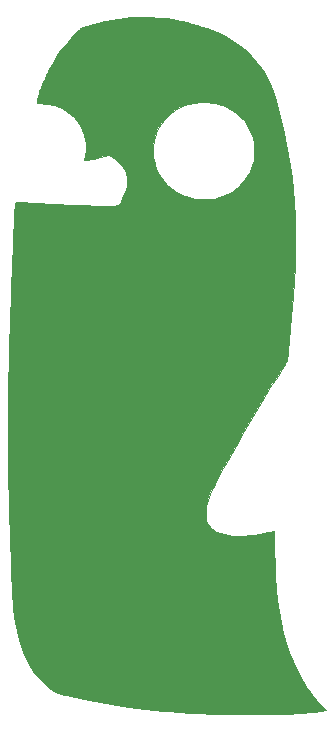
<source format=gto>
G04 #@! TF.GenerationSoftware,KiCad,Pcbnew,(5.1.0)-1*
G04 #@! TF.CreationDate,2019-10-12T09:41:53-05:00*
G04 #@! TF.ProjectId,supercon-2019-blink,73757065-7263-46f6-9e2d-323031392d62,v01*
G04 #@! TF.SameCoordinates,Original*
G04 #@! TF.FileFunction,Legend,Top*
G04 #@! TF.FilePolarity,Positive*
%FSLAX46Y46*%
G04 Gerber Fmt 4.6, Leading zero omitted, Abs format (unit mm)*
G04 Created by KiCad (PCBNEW (5.1.0)-1) date 2019-10-12 09:41:53*
%MOMM*%
%LPD*%
G04 APERTURE LIST*
%ADD10C,0.010000*%
G04 APERTURE END LIST*
D10*
G36*
X143298676Y-67729186D02*
G01*
X143625315Y-67735223D01*
X143951033Y-67744083D01*
X144265516Y-67755555D01*
X144558449Y-67769425D01*
X144819518Y-67785480D01*
X144932400Y-67794057D01*
X145264395Y-67829986D01*
X145634645Y-67885588D01*
X146035458Y-67958874D01*
X146459139Y-68047853D01*
X146897995Y-68150537D01*
X147344331Y-68264935D01*
X147790455Y-68389058D01*
X148228673Y-68520916D01*
X148651290Y-68658519D01*
X149050613Y-68799877D01*
X149418950Y-68943000D01*
X149492207Y-68973331D01*
X150041935Y-69230264D01*
X150579034Y-69534095D01*
X151099852Y-69881718D01*
X151600733Y-70270030D01*
X152078023Y-70695925D01*
X152528069Y-71156301D01*
X152947217Y-71648052D01*
X153331811Y-72168075D01*
X153436616Y-72324118D01*
X153573666Y-72544846D01*
X153702787Y-72778945D01*
X153826429Y-73032191D01*
X153947044Y-73310361D01*
X154067084Y-73619231D01*
X154188998Y-73964578D01*
X154315239Y-74352176D01*
X154364595Y-74510900D01*
X154739544Y-75815091D01*
X155069256Y-77140681D01*
X155353186Y-78484923D01*
X155590793Y-79845069D01*
X155781532Y-81218371D01*
X155891332Y-82232500D01*
X155930494Y-82657311D01*
X155964349Y-83057869D01*
X155993224Y-83441789D01*
X156017443Y-83816688D01*
X156037331Y-84190182D01*
X156053213Y-84569886D01*
X156065414Y-84963418D01*
X156074259Y-85378393D01*
X156080074Y-85822427D01*
X156083183Y-86303137D01*
X156083941Y-86745621D01*
X156082488Y-87304946D01*
X156077995Y-87821810D01*
X156070137Y-88304477D01*
X156058590Y-88761212D01*
X156043027Y-89200281D01*
X156023124Y-89629949D01*
X155998555Y-90058482D01*
X155968995Y-90494144D01*
X155934120Y-90945201D01*
X155905234Y-91287600D01*
X155889922Y-91462253D01*
X155871459Y-91670518D01*
X155850212Y-91908383D01*
X155826551Y-92171837D01*
X155800843Y-92456867D01*
X155773455Y-92759461D01*
X155744757Y-93075608D01*
X155715116Y-93401296D01*
X155684900Y-93732512D01*
X155654477Y-94065245D01*
X155624215Y-94395483D01*
X155594483Y-94719214D01*
X155565648Y-95032426D01*
X155538078Y-95331107D01*
X155512142Y-95611245D01*
X155488207Y-95868828D01*
X155466641Y-96099845D01*
X155447813Y-96300284D01*
X155432091Y-96466131D01*
X155419842Y-96593377D01*
X155411435Y-96678008D01*
X155407260Y-96715862D01*
X155394779Y-96766208D01*
X155368643Y-96832209D01*
X155326764Y-96917466D01*
X155267057Y-97025583D01*
X155187434Y-97160164D01*
X155085809Y-97324811D01*
X154960094Y-97523129D01*
X154808203Y-97758720D01*
X154763142Y-97828100D01*
X154430691Y-98344464D01*
X154084069Y-98892590D01*
X153726106Y-99467602D01*
X153359637Y-100064625D01*
X152987494Y-100678785D01*
X152612510Y-101305207D01*
X152237518Y-101939015D01*
X151865350Y-102575335D01*
X151498840Y-103209293D01*
X151140820Y-103836012D01*
X150794124Y-104450618D01*
X150461583Y-105048237D01*
X150146031Y-105623992D01*
X149850301Y-106173011D01*
X149577225Y-106690417D01*
X149329636Y-107171335D01*
X149301906Y-107226100D01*
X149136508Y-107558378D01*
X148995590Y-107852720D01*
X148876863Y-108114362D01*
X148778039Y-108348543D01*
X148696828Y-108560500D01*
X148630942Y-108755471D01*
X148624450Y-108776370D01*
X148602964Y-108847724D01*
X148586372Y-108910187D01*
X148574027Y-108971697D01*
X148565281Y-109040196D01*
X148559489Y-109123622D01*
X148556003Y-109229916D01*
X148554176Y-109367017D01*
X148553361Y-109542867D01*
X148553124Y-109651800D01*
X148551900Y-110299500D01*
X148664621Y-110528100D01*
X148800496Y-110752582D01*
X148974022Y-110958185D01*
X149174894Y-111134380D01*
X149390100Y-111269268D01*
X149700092Y-111403085D01*
X150049595Y-111509046D01*
X150439811Y-111587453D01*
X150847614Y-111636548D01*
X151131853Y-111650298D01*
X151457268Y-111646629D01*
X151817532Y-111626133D01*
X152206321Y-111589399D01*
X152617309Y-111537020D01*
X153044172Y-111469586D01*
X153454100Y-111393029D01*
X153676258Y-111348725D01*
X153853725Y-111314138D01*
X153991516Y-111288509D01*
X154094646Y-111271080D01*
X154168132Y-111261092D01*
X154216989Y-111257786D01*
X154246234Y-111260404D01*
X154260882Y-111268186D01*
X154262769Y-111270715D01*
X154266724Y-111300610D01*
X154271690Y-111375588D01*
X154277428Y-111489947D01*
X154283699Y-111637986D01*
X154290263Y-111814004D01*
X154296882Y-112012298D01*
X154303315Y-112227166D01*
X154304164Y-112257399D01*
X154318570Y-112767806D01*
X154332119Y-113231207D01*
X154345024Y-113651384D01*
X154357494Y-114032120D01*
X154369741Y-114377199D01*
X154381975Y-114690402D01*
X154394405Y-114975513D01*
X154407244Y-115236313D01*
X154420702Y-115476587D01*
X154434989Y-115700116D01*
X154450316Y-115910683D01*
X154466893Y-116112071D01*
X154484932Y-116308062D01*
X154504642Y-116502440D01*
X154526235Y-116698987D01*
X154549920Y-116901486D01*
X154573455Y-117094000D01*
X154709729Y-118037987D01*
X154879758Y-118949342D01*
X155083234Y-119827152D01*
X155319850Y-120670502D01*
X155589298Y-121478480D01*
X155891272Y-122250171D01*
X156225463Y-122984662D01*
X156591565Y-123681039D01*
X156989269Y-124338390D01*
X157035547Y-124409210D01*
X157221536Y-124685211D01*
X157398012Y-124932143D01*
X157573764Y-125160724D01*
X157757583Y-125381672D01*
X157958258Y-125605705D01*
X158184578Y-125843541D01*
X158345215Y-126006221D01*
X158449871Y-126113190D01*
X158539895Y-126209382D01*
X158609824Y-126288612D01*
X158654196Y-126344696D01*
X158667602Y-126371301D01*
X158649448Y-126387794D01*
X158603486Y-126404667D01*
X158526179Y-126422501D01*
X158413992Y-126441877D01*
X158263388Y-126463376D01*
X158070831Y-126487577D01*
X157832785Y-126515063D01*
X157708600Y-126528798D01*
X157421871Y-126559380D01*
X157145826Y-126587033D01*
X156876438Y-126611919D01*
X156609679Y-126634198D01*
X156341521Y-126654033D01*
X156067938Y-126671584D01*
X155784901Y-126687014D01*
X155488382Y-126700483D01*
X155174356Y-126712154D01*
X154838793Y-126722188D01*
X154477666Y-126730745D01*
X154086949Y-126737988D01*
X153662612Y-126744078D01*
X153200630Y-126749177D01*
X152696974Y-126753446D01*
X152147616Y-126757046D01*
X151993600Y-126757910D01*
X151611690Y-126759918D01*
X151275544Y-126761469D01*
X150980127Y-126762484D01*
X150720403Y-126762884D01*
X150491337Y-126762590D01*
X150287895Y-126761522D01*
X150105041Y-126759601D01*
X149937740Y-126756748D01*
X149780957Y-126752884D01*
X149629657Y-126747930D01*
X149478805Y-126741806D01*
X149323366Y-126734433D01*
X149158305Y-126725732D01*
X148978587Y-126715623D01*
X148856700Y-126708563D01*
X148201424Y-126669832D01*
X147592960Y-126632739D01*
X147027359Y-126596946D01*
X146500670Y-126562118D01*
X146008943Y-126527918D01*
X145548230Y-126494012D01*
X145114580Y-126460062D01*
X144704043Y-126425733D01*
X144312670Y-126390689D01*
X143936511Y-126354594D01*
X143571617Y-126317111D01*
X143214036Y-126277906D01*
X142859821Y-126236641D01*
X142505020Y-126192981D01*
X142145685Y-126146590D01*
X141960600Y-126121932D01*
X141483300Y-126055358D01*
X141002466Y-125983746D01*
X140521594Y-125907826D01*
X140044178Y-125828329D01*
X139573715Y-125745986D01*
X139113698Y-125661526D01*
X138667625Y-125575680D01*
X138238989Y-125489180D01*
X137831286Y-125402755D01*
X137448011Y-125317136D01*
X137092659Y-125233053D01*
X136768727Y-125151237D01*
X136479708Y-125072418D01*
X136229099Y-124997328D01*
X136020394Y-124926696D01*
X135857089Y-124861253D01*
X135801100Y-124834586D01*
X135494846Y-124657213D01*
X135183470Y-124435922D01*
X134872901Y-124176379D01*
X134569067Y-123884249D01*
X134277899Y-123565198D01*
X134005326Y-123224890D01*
X133779391Y-122902959D01*
X133562836Y-122541703D01*
X133356024Y-122134799D01*
X133160320Y-121686706D01*
X132977092Y-121201882D01*
X132807704Y-120684783D01*
X132653522Y-120139868D01*
X132515912Y-119571593D01*
X132396240Y-118984417D01*
X132295870Y-118382796D01*
X132221468Y-117817900D01*
X132199247Y-117613505D01*
X132178619Y-117399852D01*
X132159385Y-117173167D01*
X132141344Y-116929678D01*
X132124300Y-116665611D01*
X132108052Y-116377194D01*
X132092402Y-116060653D01*
X132077151Y-115712216D01*
X132062101Y-115328110D01*
X132047052Y-114904561D01*
X132031807Y-114437797D01*
X132016165Y-113924045D01*
X132016016Y-113919000D01*
X132007664Y-113641323D01*
X131998888Y-113359011D01*
X131989956Y-113080076D01*
X131981136Y-112812534D01*
X131972695Y-112564396D01*
X131964902Y-112343677D01*
X131958024Y-112158391D01*
X131952759Y-112026700D01*
X131937408Y-111661077D01*
X131924075Y-111339315D01*
X131912520Y-111054523D01*
X131902502Y-110799812D01*
X131893781Y-110568292D01*
X131886115Y-110353074D01*
X131879264Y-110147269D01*
X131872987Y-109943985D01*
X131867043Y-109736335D01*
X131861191Y-109517429D01*
X131855190Y-109280376D01*
X131851528Y-109131100D01*
X131837329Y-108533133D01*
X131824902Y-107977185D01*
X131814144Y-107454823D01*
X131804952Y-106957613D01*
X131797226Y-106477122D01*
X131790861Y-106004915D01*
X131785756Y-105532560D01*
X131781809Y-105051623D01*
X131778917Y-104553670D01*
X131776978Y-104030267D01*
X131775889Y-103472982D01*
X131775548Y-102873379D01*
X131775548Y-102870000D01*
X131776111Y-102260225D01*
X131777841Y-101660217D01*
X131780814Y-101067170D01*
X131785100Y-100478281D01*
X131790775Y-99890744D01*
X131797911Y-99301755D01*
X131806580Y-98708510D01*
X131816857Y-98108204D01*
X131828815Y-97498032D01*
X131842526Y-96875190D01*
X131858064Y-96236874D01*
X131875502Y-95580278D01*
X131894913Y-94902599D01*
X131916371Y-94201031D01*
X131939948Y-93472771D01*
X131965718Y-92715014D01*
X131993754Y-91924954D01*
X132024129Y-91099789D01*
X132056916Y-90236712D01*
X132092188Y-89332920D01*
X132130019Y-88385609D01*
X132170482Y-87391972D01*
X132194722Y-86804500D01*
X132215332Y-86310790D01*
X132234258Y-85865535D01*
X132251631Y-85466425D01*
X132267585Y-85111145D01*
X132282249Y-84797384D01*
X132295758Y-84522831D01*
X132308243Y-84285173D01*
X132319836Y-84082098D01*
X132330670Y-83911293D01*
X132340875Y-83770448D01*
X132350586Y-83657249D01*
X132359932Y-83569385D01*
X132369047Y-83504544D01*
X132378064Y-83460413D01*
X132387112Y-83434680D01*
X132387270Y-83434384D01*
X132403454Y-83414412D01*
X132432679Y-83401121D01*
X132484081Y-83393203D01*
X132566799Y-83389349D01*
X132689968Y-83388252D01*
X132709543Y-83388243D01*
X132812576Y-83389974D01*
X132956700Y-83394842D01*
X133132331Y-83402396D01*
X133329888Y-83412185D01*
X133539787Y-83423757D01*
X133752447Y-83436662D01*
X133792744Y-83439252D01*
X134234934Y-83467492D01*
X134656186Y-83493403D01*
X135062142Y-83517232D01*
X135458442Y-83539221D01*
X135850725Y-83559618D01*
X136244633Y-83578667D01*
X136645804Y-83596613D01*
X137059880Y-83613701D01*
X137492501Y-83630177D01*
X137949306Y-83646285D01*
X138435935Y-83662271D01*
X138958030Y-83678380D01*
X139521229Y-83694857D01*
X139954000Y-83707049D01*
X140237245Y-83712422D01*
X140474863Y-83710882D01*
X140671665Y-83701590D01*
X140832459Y-83683706D01*
X140962056Y-83656388D01*
X141065263Y-83618796D01*
X141146892Y-83570092D01*
X141211751Y-83509433D01*
X141232542Y-83483684D01*
X141266459Y-83430948D01*
X141316523Y-83343396D01*
X141376744Y-83231932D01*
X141441129Y-83107461D01*
X141460998Y-83067937D01*
X141624364Y-82712666D01*
X141746634Y-82381977D01*
X141828512Y-82071583D01*
X141870703Y-81777200D01*
X141873911Y-81494544D01*
X141838843Y-81219327D01*
X141794775Y-81038656D01*
X141733746Y-80851210D01*
X141665378Y-80694189D01*
X141579677Y-80547288D01*
X141492179Y-80423748D01*
X141292973Y-80180518D01*
X141075122Y-79953380D01*
X140848341Y-79751293D01*
X140622345Y-79583211D01*
X140495234Y-79504709D01*
X140312597Y-79401215D01*
X139593548Y-79576673D01*
X139277459Y-79652710D01*
X139001171Y-79716886D01*
X138766162Y-79768901D01*
X138573909Y-79808452D01*
X138425888Y-79835239D01*
X138323576Y-79848960D01*
X138268450Y-79849313D01*
X138263898Y-79848030D01*
X138249778Y-79841676D01*
X138240717Y-79830514D01*
X138237380Y-79807484D01*
X138240433Y-79765524D01*
X138250542Y-79697575D01*
X138268372Y-79596574D01*
X138294589Y-79455462D01*
X138307292Y-79387700D01*
X138341583Y-79149063D01*
X138360521Y-78894410D01*
X144051619Y-78894410D01*
X144055754Y-79220199D01*
X144078143Y-79549496D01*
X144109175Y-79806800D01*
X144189882Y-80187129D01*
X144318240Y-80560001D01*
X144491259Y-80921942D01*
X144705947Y-81269477D01*
X144959312Y-81599132D01*
X145248364Y-81907432D01*
X145570110Y-82190903D01*
X145921559Y-82446071D01*
X146299720Y-82669461D01*
X146701601Y-82857599D01*
X146754227Y-82878810D01*
X147062256Y-82989768D01*
X147345285Y-83069375D01*
X147538052Y-83107466D01*
X147624292Y-83115845D01*
X147751327Y-83121580D01*
X147910397Y-83124832D01*
X148092742Y-83125759D01*
X148289603Y-83124520D01*
X148492220Y-83121274D01*
X148691834Y-83116181D01*
X148879683Y-83109399D01*
X149047009Y-83101087D01*
X149185052Y-83091405D01*
X149285052Y-83080511D01*
X149315600Y-83075193D01*
X149479000Y-83032409D01*
X149673996Y-82968594D01*
X149888529Y-82888696D01*
X150110541Y-82797662D01*
X150327972Y-82700439D01*
X150528764Y-82601974D01*
X150700858Y-82507214D01*
X150702573Y-82506195D01*
X150925832Y-82354977D01*
X151158020Y-82164212D01*
X151391490Y-81942370D01*
X151618597Y-81697925D01*
X151831697Y-81439348D01*
X152023143Y-81175111D01*
X152185290Y-80913688D01*
X152251372Y-80789896D01*
X152346124Y-80578483D01*
X152434773Y-80338180D01*
X152510006Y-80090884D01*
X152564506Y-79858492D01*
X152567069Y-79844900D01*
X152591252Y-79674885D01*
X152609078Y-79468442D01*
X152620311Y-79239571D01*
X152624714Y-79002274D01*
X152622050Y-78770550D01*
X152612084Y-78558402D01*
X152594579Y-78379830D01*
X152592107Y-78362325D01*
X152507755Y-77959289D01*
X152375376Y-77563651D01*
X152197632Y-77179400D01*
X151977181Y-76810520D01*
X151716682Y-76460999D01*
X151418796Y-76134823D01*
X151086182Y-75835978D01*
X150733506Y-75576397D01*
X150429735Y-75388367D01*
X150140547Y-75239350D01*
X149854637Y-75124651D01*
X149560699Y-75039575D01*
X149326600Y-74992116D01*
X149180786Y-74972983D01*
X148995959Y-74957428D01*
X148782890Y-74945599D01*
X148552348Y-74937645D01*
X148315105Y-74933714D01*
X148081931Y-74933956D01*
X147863598Y-74938520D01*
X147670876Y-74947553D01*
X147514535Y-74961205D01*
X147474260Y-74966528D01*
X147073127Y-75050782D01*
X146681319Y-75182115D01*
X146302514Y-75357120D01*
X145940391Y-75572391D01*
X145598626Y-75824521D01*
X145280899Y-76110105D01*
X144990886Y-76425735D01*
X144732267Y-76768006D01*
X144508718Y-77133511D01*
X144323917Y-77518844D01*
X144181543Y-77920597D01*
X144146400Y-78048714D01*
X144097176Y-78297605D01*
X144065505Y-78583191D01*
X144051619Y-78894410D01*
X138360521Y-78894410D01*
X138360919Y-78889063D01*
X138365157Y-78624081D01*
X138354157Y-78370496D01*
X138327776Y-78144687D01*
X138318512Y-78093221D01*
X138209934Y-77667588D01*
X138056039Y-77262737D01*
X137858995Y-76881554D01*
X137620972Y-76526923D01*
X137344141Y-76201727D01*
X137030670Y-75908851D01*
X136682729Y-75651178D01*
X136324779Y-75442927D01*
X136103115Y-75335565D01*
X135894921Y-75249493D01*
X135688260Y-75181480D01*
X135471194Y-75128297D01*
X135231788Y-75086713D01*
X134958102Y-75053499D01*
X134845395Y-75042652D01*
X134653249Y-75025030D01*
X134505688Y-75010411D01*
X134396709Y-74997166D01*
X134320312Y-74983665D01*
X134270491Y-74968279D01*
X134241246Y-74949379D01*
X134226572Y-74925335D01*
X134220468Y-74894519D01*
X134218454Y-74872486D01*
X134223304Y-74771240D01*
X134249887Y-74629909D01*
X134296245Y-74453344D01*
X134360420Y-74246397D01*
X134440453Y-74013920D01*
X134534387Y-73760765D01*
X134640262Y-73491784D01*
X134756121Y-73211828D01*
X134880005Y-72925750D01*
X135009956Y-72638400D01*
X135144016Y-72354632D01*
X135280226Y-72079296D01*
X135416629Y-71817244D01*
X135547102Y-71580634D01*
X135739499Y-71252871D01*
X135931972Y-70946934D01*
X136130348Y-70655187D01*
X136340456Y-70369997D01*
X136568122Y-70083728D01*
X136819175Y-69788747D01*
X137099440Y-69477419D01*
X137383538Y-69174774D01*
X137508933Y-69042198D01*
X137610434Y-68934453D01*
X137694624Y-68847721D01*
X137768087Y-68778184D01*
X137837409Y-68722026D01*
X137909172Y-68675429D01*
X137989962Y-68634577D01*
X138086362Y-68595652D01*
X138204956Y-68554838D01*
X138352330Y-68508317D01*
X138535067Y-68452271D01*
X138737563Y-68389799D01*
X139371895Y-68203654D01*
X139975805Y-68050188D01*
X140556569Y-67928026D01*
X141121460Y-67835793D01*
X141677753Y-67772116D01*
X142189200Y-67737525D01*
X142416378Y-67730142D01*
X142683893Y-67726433D01*
X142981430Y-67726185D01*
X143298676Y-67729186D01*
X143298676Y-67729186D01*
G37*
X143298676Y-67729186D02*
X143625315Y-67735223D01*
X143951033Y-67744083D01*
X144265516Y-67755555D01*
X144558449Y-67769425D01*
X144819518Y-67785480D01*
X144932400Y-67794057D01*
X145264395Y-67829986D01*
X145634645Y-67885588D01*
X146035458Y-67958874D01*
X146459139Y-68047853D01*
X146897995Y-68150537D01*
X147344331Y-68264935D01*
X147790455Y-68389058D01*
X148228673Y-68520916D01*
X148651290Y-68658519D01*
X149050613Y-68799877D01*
X149418950Y-68943000D01*
X149492207Y-68973331D01*
X150041935Y-69230264D01*
X150579034Y-69534095D01*
X151099852Y-69881718D01*
X151600733Y-70270030D01*
X152078023Y-70695925D01*
X152528069Y-71156301D01*
X152947217Y-71648052D01*
X153331811Y-72168075D01*
X153436616Y-72324118D01*
X153573666Y-72544846D01*
X153702787Y-72778945D01*
X153826429Y-73032191D01*
X153947044Y-73310361D01*
X154067084Y-73619231D01*
X154188998Y-73964578D01*
X154315239Y-74352176D01*
X154364595Y-74510900D01*
X154739544Y-75815091D01*
X155069256Y-77140681D01*
X155353186Y-78484923D01*
X155590793Y-79845069D01*
X155781532Y-81218371D01*
X155891332Y-82232500D01*
X155930494Y-82657311D01*
X155964349Y-83057869D01*
X155993224Y-83441789D01*
X156017443Y-83816688D01*
X156037331Y-84190182D01*
X156053213Y-84569886D01*
X156065414Y-84963418D01*
X156074259Y-85378393D01*
X156080074Y-85822427D01*
X156083183Y-86303137D01*
X156083941Y-86745621D01*
X156082488Y-87304946D01*
X156077995Y-87821810D01*
X156070137Y-88304477D01*
X156058590Y-88761212D01*
X156043027Y-89200281D01*
X156023124Y-89629949D01*
X155998555Y-90058482D01*
X155968995Y-90494144D01*
X155934120Y-90945201D01*
X155905234Y-91287600D01*
X155889922Y-91462253D01*
X155871459Y-91670518D01*
X155850212Y-91908383D01*
X155826551Y-92171837D01*
X155800843Y-92456867D01*
X155773455Y-92759461D01*
X155744757Y-93075608D01*
X155715116Y-93401296D01*
X155684900Y-93732512D01*
X155654477Y-94065245D01*
X155624215Y-94395483D01*
X155594483Y-94719214D01*
X155565648Y-95032426D01*
X155538078Y-95331107D01*
X155512142Y-95611245D01*
X155488207Y-95868828D01*
X155466641Y-96099845D01*
X155447813Y-96300284D01*
X155432091Y-96466131D01*
X155419842Y-96593377D01*
X155411435Y-96678008D01*
X155407260Y-96715862D01*
X155394779Y-96766208D01*
X155368643Y-96832209D01*
X155326764Y-96917466D01*
X155267057Y-97025583D01*
X155187434Y-97160164D01*
X155085809Y-97324811D01*
X154960094Y-97523129D01*
X154808203Y-97758720D01*
X154763142Y-97828100D01*
X154430691Y-98344464D01*
X154084069Y-98892590D01*
X153726106Y-99467602D01*
X153359637Y-100064625D01*
X152987494Y-100678785D01*
X152612510Y-101305207D01*
X152237518Y-101939015D01*
X151865350Y-102575335D01*
X151498840Y-103209293D01*
X151140820Y-103836012D01*
X150794124Y-104450618D01*
X150461583Y-105048237D01*
X150146031Y-105623992D01*
X149850301Y-106173011D01*
X149577225Y-106690417D01*
X149329636Y-107171335D01*
X149301906Y-107226100D01*
X149136508Y-107558378D01*
X148995590Y-107852720D01*
X148876863Y-108114362D01*
X148778039Y-108348543D01*
X148696828Y-108560500D01*
X148630942Y-108755471D01*
X148624450Y-108776370D01*
X148602964Y-108847724D01*
X148586372Y-108910187D01*
X148574027Y-108971697D01*
X148565281Y-109040196D01*
X148559489Y-109123622D01*
X148556003Y-109229916D01*
X148554176Y-109367017D01*
X148553361Y-109542867D01*
X148553124Y-109651800D01*
X148551900Y-110299500D01*
X148664621Y-110528100D01*
X148800496Y-110752582D01*
X148974022Y-110958185D01*
X149174894Y-111134380D01*
X149390100Y-111269268D01*
X149700092Y-111403085D01*
X150049595Y-111509046D01*
X150439811Y-111587453D01*
X150847614Y-111636548D01*
X151131853Y-111650298D01*
X151457268Y-111646629D01*
X151817532Y-111626133D01*
X152206321Y-111589399D01*
X152617309Y-111537020D01*
X153044172Y-111469586D01*
X153454100Y-111393029D01*
X153676258Y-111348725D01*
X153853725Y-111314138D01*
X153991516Y-111288509D01*
X154094646Y-111271080D01*
X154168132Y-111261092D01*
X154216989Y-111257786D01*
X154246234Y-111260404D01*
X154260882Y-111268186D01*
X154262769Y-111270715D01*
X154266724Y-111300610D01*
X154271690Y-111375588D01*
X154277428Y-111489947D01*
X154283699Y-111637986D01*
X154290263Y-111814004D01*
X154296882Y-112012298D01*
X154303315Y-112227166D01*
X154304164Y-112257399D01*
X154318570Y-112767806D01*
X154332119Y-113231207D01*
X154345024Y-113651384D01*
X154357494Y-114032120D01*
X154369741Y-114377199D01*
X154381975Y-114690402D01*
X154394405Y-114975513D01*
X154407244Y-115236313D01*
X154420702Y-115476587D01*
X154434989Y-115700116D01*
X154450316Y-115910683D01*
X154466893Y-116112071D01*
X154484932Y-116308062D01*
X154504642Y-116502440D01*
X154526235Y-116698987D01*
X154549920Y-116901486D01*
X154573455Y-117094000D01*
X154709729Y-118037987D01*
X154879758Y-118949342D01*
X155083234Y-119827152D01*
X155319850Y-120670502D01*
X155589298Y-121478480D01*
X155891272Y-122250171D01*
X156225463Y-122984662D01*
X156591565Y-123681039D01*
X156989269Y-124338390D01*
X157035547Y-124409210D01*
X157221536Y-124685211D01*
X157398012Y-124932143D01*
X157573764Y-125160724D01*
X157757583Y-125381672D01*
X157958258Y-125605705D01*
X158184578Y-125843541D01*
X158345215Y-126006221D01*
X158449871Y-126113190D01*
X158539895Y-126209382D01*
X158609824Y-126288612D01*
X158654196Y-126344696D01*
X158667602Y-126371301D01*
X158649448Y-126387794D01*
X158603486Y-126404667D01*
X158526179Y-126422501D01*
X158413992Y-126441877D01*
X158263388Y-126463376D01*
X158070831Y-126487577D01*
X157832785Y-126515063D01*
X157708600Y-126528798D01*
X157421871Y-126559380D01*
X157145826Y-126587033D01*
X156876438Y-126611919D01*
X156609679Y-126634198D01*
X156341521Y-126654033D01*
X156067938Y-126671584D01*
X155784901Y-126687014D01*
X155488382Y-126700483D01*
X155174356Y-126712154D01*
X154838793Y-126722188D01*
X154477666Y-126730745D01*
X154086949Y-126737988D01*
X153662612Y-126744078D01*
X153200630Y-126749177D01*
X152696974Y-126753446D01*
X152147616Y-126757046D01*
X151993600Y-126757910D01*
X151611690Y-126759918D01*
X151275544Y-126761469D01*
X150980127Y-126762484D01*
X150720403Y-126762884D01*
X150491337Y-126762590D01*
X150287895Y-126761522D01*
X150105041Y-126759601D01*
X149937740Y-126756748D01*
X149780957Y-126752884D01*
X149629657Y-126747930D01*
X149478805Y-126741806D01*
X149323366Y-126734433D01*
X149158305Y-126725732D01*
X148978587Y-126715623D01*
X148856700Y-126708563D01*
X148201424Y-126669832D01*
X147592960Y-126632739D01*
X147027359Y-126596946D01*
X146500670Y-126562118D01*
X146008943Y-126527918D01*
X145548230Y-126494012D01*
X145114580Y-126460062D01*
X144704043Y-126425733D01*
X144312670Y-126390689D01*
X143936511Y-126354594D01*
X143571617Y-126317111D01*
X143214036Y-126277906D01*
X142859821Y-126236641D01*
X142505020Y-126192981D01*
X142145685Y-126146590D01*
X141960600Y-126121932D01*
X141483300Y-126055358D01*
X141002466Y-125983746D01*
X140521594Y-125907826D01*
X140044178Y-125828329D01*
X139573715Y-125745986D01*
X139113698Y-125661526D01*
X138667625Y-125575680D01*
X138238989Y-125489180D01*
X137831286Y-125402755D01*
X137448011Y-125317136D01*
X137092659Y-125233053D01*
X136768727Y-125151237D01*
X136479708Y-125072418D01*
X136229099Y-124997328D01*
X136020394Y-124926696D01*
X135857089Y-124861253D01*
X135801100Y-124834586D01*
X135494846Y-124657213D01*
X135183470Y-124435922D01*
X134872901Y-124176379D01*
X134569067Y-123884249D01*
X134277899Y-123565198D01*
X134005326Y-123224890D01*
X133779391Y-122902959D01*
X133562836Y-122541703D01*
X133356024Y-122134799D01*
X133160320Y-121686706D01*
X132977092Y-121201882D01*
X132807704Y-120684783D01*
X132653522Y-120139868D01*
X132515912Y-119571593D01*
X132396240Y-118984417D01*
X132295870Y-118382796D01*
X132221468Y-117817900D01*
X132199247Y-117613505D01*
X132178619Y-117399852D01*
X132159385Y-117173167D01*
X132141344Y-116929678D01*
X132124300Y-116665611D01*
X132108052Y-116377194D01*
X132092402Y-116060653D01*
X132077151Y-115712216D01*
X132062101Y-115328110D01*
X132047052Y-114904561D01*
X132031807Y-114437797D01*
X132016165Y-113924045D01*
X132016016Y-113919000D01*
X132007664Y-113641323D01*
X131998888Y-113359011D01*
X131989956Y-113080076D01*
X131981136Y-112812534D01*
X131972695Y-112564396D01*
X131964902Y-112343677D01*
X131958024Y-112158391D01*
X131952759Y-112026700D01*
X131937408Y-111661077D01*
X131924075Y-111339315D01*
X131912520Y-111054523D01*
X131902502Y-110799812D01*
X131893781Y-110568292D01*
X131886115Y-110353074D01*
X131879264Y-110147269D01*
X131872987Y-109943985D01*
X131867043Y-109736335D01*
X131861191Y-109517429D01*
X131855190Y-109280376D01*
X131851528Y-109131100D01*
X131837329Y-108533133D01*
X131824902Y-107977185D01*
X131814144Y-107454823D01*
X131804952Y-106957613D01*
X131797226Y-106477122D01*
X131790861Y-106004915D01*
X131785756Y-105532560D01*
X131781809Y-105051623D01*
X131778917Y-104553670D01*
X131776978Y-104030267D01*
X131775889Y-103472982D01*
X131775548Y-102873379D01*
X131775548Y-102870000D01*
X131776111Y-102260225D01*
X131777841Y-101660217D01*
X131780814Y-101067170D01*
X131785100Y-100478281D01*
X131790775Y-99890744D01*
X131797911Y-99301755D01*
X131806580Y-98708510D01*
X131816857Y-98108204D01*
X131828815Y-97498032D01*
X131842526Y-96875190D01*
X131858064Y-96236874D01*
X131875502Y-95580278D01*
X131894913Y-94902599D01*
X131916371Y-94201031D01*
X131939948Y-93472771D01*
X131965718Y-92715014D01*
X131993754Y-91924954D01*
X132024129Y-91099789D01*
X132056916Y-90236712D01*
X132092188Y-89332920D01*
X132130019Y-88385609D01*
X132170482Y-87391972D01*
X132194722Y-86804500D01*
X132215332Y-86310790D01*
X132234258Y-85865535D01*
X132251631Y-85466425D01*
X132267585Y-85111145D01*
X132282249Y-84797384D01*
X132295758Y-84522831D01*
X132308243Y-84285173D01*
X132319836Y-84082098D01*
X132330670Y-83911293D01*
X132340875Y-83770448D01*
X132350586Y-83657249D01*
X132359932Y-83569385D01*
X132369047Y-83504544D01*
X132378064Y-83460413D01*
X132387112Y-83434680D01*
X132387270Y-83434384D01*
X132403454Y-83414412D01*
X132432679Y-83401121D01*
X132484081Y-83393203D01*
X132566799Y-83389349D01*
X132689968Y-83388252D01*
X132709543Y-83388243D01*
X132812576Y-83389974D01*
X132956700Y-83394842D01*
X133132331Y-83402396D01*
X133329888Y-83412185D01*
X133539787Y-83423757D01*
X133752447Y-83436662D01*
X133792744Y-83439252D01*
X134234934Y-83467492D01*
X134656186Y-83493403D01*
X135062142Y-83517232D01*
X135458442Y-83539221D01*
X135850725Y-83559618D01*
X136244633Y-83578667D01*
X136645804Y-83596613D01*
X137059880Y-83613701D01*
X137492501Y-83630177D01*
X137949306Y-83646285D01*
X138435935Y-83662271D01*
X138958030Y-83678380D01*
X139521229Y-83694857D01*
X139954000Y-83707049D01*
X140237245Y-83712422D01*
X140474863Y-83710882D01*
X140671665Y-83701590D01*
X140832459Y-83683706D01*
X140962056Y-83656388D01*
X141065263Y-83618796D01*
X141146892Y-83570092D01*
X141211751Y-83509433D01*
X141232542Y-83483684D01*
X141266459Y-83430948D01*
X141316523Y-83343396D01*
X141376744Y-83231932D01*
X141441129Y-83107461D01*
X141460998Y-83067937D01*
X141624364Y-82712666D01*
X141746634Y-82381977D01*
X141828512Y-82071583D01*
X141870703Y-81777200D01*
X141873911Y-81494544D01*
X141838843Y-81219327D01*
X141794775Y-81038656D01*
X141733746Y-80851210D01*
X141665378Y-80694189D01*
X141579677Y-80547288D01*
X141492179Y-80423748D01*
X141292973Y-80180518D01*
X141075122Y-79953380D01*
X140848341Y-79751293D01*
X140622345Y-79583211D01*
X140495234Y-79504709D01*
X140312597Y-79401215D01*
X139593548Y-79576673D01*
X139277459Y-79652710D01*
X139001171Y-79716886D01*
X138766162Y-79768901D01*
X138573909Y-79808452D01*
X138425888Y-79835239D01*
X138323576Y-79848960D01*
X138268450Y-79849313D01*
X138263898Y-79848030D01*
X138249778Y-79841676D01*
X138240717Y-79830514D01*
X138237380Y-79807484D01*
X138240433Y-79765524D01*
X138250542Y-79697575D01*
X138268372Y-79596574D01*
X138294589Y-79455462D01*
X138307292Y-79387700D01*
X138341583Y-79149063D01*
X138360521Y-78894410D01*
X144051619Y-78894410D01*
X144055754Y-79220199D01*
X144078143Y-79549496D01*
X144109175Y-79806800D01*
X144189882Y-80187129D01*
X144318240Y-80560001D01*
X144491259Y-80921942D01*
X144705947Y-81269477D01*
X144959312Y-81599132D01*
X145248364Y-81907432D01*
X145570110Y-82190903D01*
X145921559Y-82446071D01*
X146299720Y-82669461D01*
X146701601Y-82857599D01*
X146754227Y-82878810D01*
X147062256Y-82989768D01*
X147345285Y-83069375D01*
X147538052Y-83107466D01*
X147624292Y-83115845D01*
X147751327Y-83121580D01*
X147910397Y-83124832D01*
X148092742Y-83125759D01*
X148289603Y-83124520D01*
X148492220Y-83121274D01*
X148691834Y-83116181D01*
X148879683Y-83109399D01*
X149047009Y-83101087D01*
X149185052Y-83091405D01*
X149285052Y-83080511D01*
X149315600Y-83075193D01*
X149479000Y-83032409D01*
X149673996Y-82968594D01*
X149888529Y-82888696D01*
X150110541Y-82797662D01*
X150327972Y-82700439D01*
X150528764Y-82601974D01*
X150700858Y-82507214D01*
X150702573Y-82506195D01*
X150925832Y-82354977D01*
X151158020Y-82164212D01*
X151391490Y-81942370D01*
X151618597Y-81697925D01*
X151831697Y-81439348D01*
X152023143Y-81175111D01*
X152185290Y-80913688D01*
X152251372Y-80789896D01*
X152346124Y-80578483D01*
X152434773Y-80338180D01*
X152510006Y-80090884D01*
X152564506Y-79858492D01*
X152567069Y-79844900D01*
X152591252Y-79674885D01*
X152609078Y-79468442D01*
X152620311Y-79239571D01*
X152624714Y-79002274D01*
X152622050Y-78770550D01*
X152612084Y-78558402D01*
X152594579Y-78379830D01*
X152592107Y-78362325D01*
X152507755Y-77959289D01*
X152375376Y-77563651D01*
X152197632Y-77179400D01*
X151977181Y-76810520D01*
X151716682Y-76460999D01*
X151418796Y-76134823D01*
X151086182Y-75835978D01*
X150733506Y-75576397D01*
X150429735Y-75388367D01*
X150140547Y-75239350D01*
X149854637Y-75124651D01*
X149560699Y-75039575D01*
X149326600Y-74992116D01*
X149180786Y-74972983D01*
X148995959Y-74957428D01*
X148782890Y-74945599D01*
X148552348Y-74937645D01*
X148315105Y-74933714D01*
X148081931Y-74933956D01*
X147863598Y-74938520D01*
X147670876Y-74947553D01*
X147514535Y-74961205D01*
X147474260Y-74966528D01*
X147073127Y-75050782D01*
X146681319Y-75182115D01*
X146302514Y-75357120D01*
X145940391Y-75572391D01*
X145598626Y-75824521D01*
X145280899Y-76110105D01*
X144990886Y-76425735D01*
X144732267Y-76768006D01*
X144508718Y-77133511D01*
X144323917Y-77518844D01*
X144181543Y-77920597D01*
X144146400Y-78048714D01*
X144097176Y-78297605D01*
X144065505Y-78583191D01*
X144051619Y-78894410D01*
X138360521Y-78894410D01*
X138360919Y-78889063D01*
X138365157Y-78624081D01*
X138354157Y-78370496D01*
X138327776Y-78144687D01*
X138318512Y-78093221D01*
X138209934Y-77667588D01*
X138056039Y-77262737D01*
X137858995Y-76881554D01*
X137620972Y-76526923D01*
X137344141Y-76201727D01*
X137030670Y-75908851D01*
X136682729Y-75651178D01*
X136324779Y-75442927D01*
X136103115Y-75335565D01*
X135894921Y-75249493D01*
X135688260Y-75181480D01*
X135471194Y-75128297D01*
X135231788Y-75086713D01*
X134958102Y-75053499D01*
X134845395Y-75042652D01*
X134653249Y-75025030D01*
X134505688Y-75010411D01*
X134396709Y-74997166D01*
X134320312Y-74983665D01*
X134270491Y-74968279D01*
X134241246Y-74949379D01*
X134226572Y-74925335D01*
X134220468Y-74894519D01*
X134218454Y-74872486D01*
X134223304Y-74771240D01*
X134249887Y-74629909D01*
X134296245Y-74453344D01*
X134360420Y-74246397D01*
X134440453Y-74013920D01*
X134534387Y-73760765D01*
X134640262Y-73491784D01*
X134756121Y-73211828D01*
X134880005Y-72925750D01*
X135009956Y-72638400D01*
X135144016Y-72354632D01*
X135280226Y-72079296D01*
X135416629Y-71817244D01*
X135547102Y-71580634D01*
X135739499Y-71252871D01*
X135931972Y-70946934D01*
X136130348Y-70655187D01*
X136340456Y-70369997D01*
X136568122Y-70083728D01*
X136819175Y-69788747D01*
X137099440Y-69477419D01*
X137383538Y-69174774D01*
X137508933Y-69042198D01*
X137610434Y-68934453D01*
X137694624Y-68847721D01*
X137768087Y-68778184D01*
X137837409Y-68722026D01*
X137909172Y-68675429D01*
X137989962Y-68634577D01*
X138086362Y-68595652D01*
X138204956Y-68554838D01*
X138352330Y-68508317D01*
X138535067Y-68452271D01*
X138737563Y-68389799D01*
X139371895Y-68203654D01*
X139975805Y-68050188D01*
X140556569Y-67928026D01*
X141121460Y-67835793D01*
X141677753Y-67772116D01*
X142189200Y-67737525D01*
X142416378Y-67730142D01*
X142683893Y-67726433D01*
X142981430Y-67726185D01*
X143298676Y-67729186D01*
M02*

</source>
